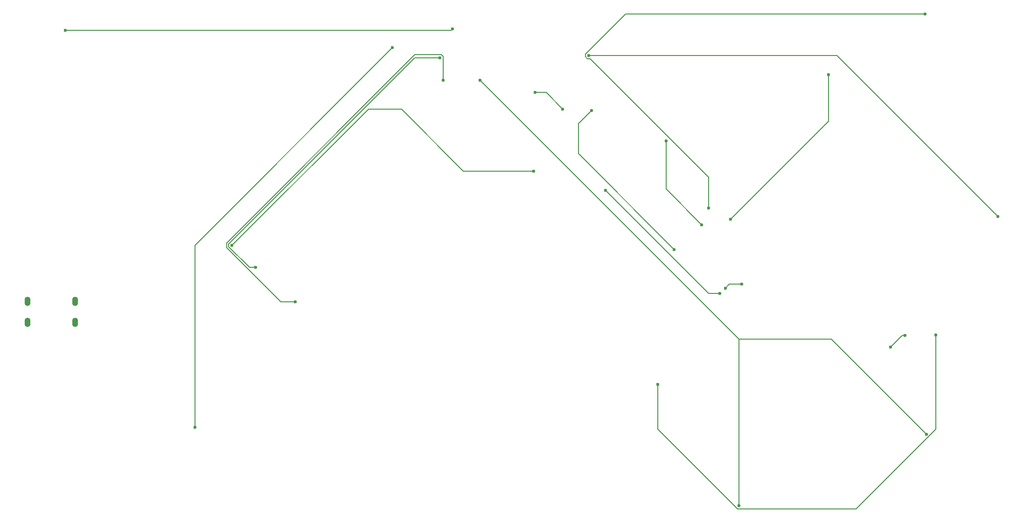
<source format=gbr>
%TF.GenerationSoftware,KiCad,Pcbnew,9.0.0*%
%TF.CreationDate,2025-04-09T11:56:36+05:30*%
%TF.ProjectId,IoT enabled health monitor,496f5420-656e-4616-926c-656420686561,rev?*%
%TF.SameCoordinates,Original*%
%TF.FileFunction,Copper,L2,Bot*%
%TF.FilePolarity,Positive*%
%FSLAX46Y46*%
G04 Gerber Fmt 4.6, Leading zero omitted, Abs format (unit mm)*
G04 Created by KiCad (PCBNEW 9.0.0) date 2025-04-09 11:56:36*
%MOMM*%
%LPD*%
G01*
G04 APERTURE LIST*
%TA.AperFunction,HeatsinkPad*%
%ADD10O,1.100000X1.700000*%
%TD*%
%TA.AperFunction,ViaPad*%
%ADD11C,0.600000*%
%TD*%
%TA.AperFunction,Conductor*%
%ADD12C,0.200000*%
%TD*%
G04 APERTURE END LIST*
D10*
%TO.P,J1,S1,SHIELD*%
%TO.N,unconnected-(J1-SHIELD-PadS1)_2*%
X60860000Y-119700000D03*
%TO.N,unconnected-(J1-SHIELD-PadS1)_3*%
X60860000Y-123500000D03*
%TO.N,unconnected-(J1-SHIELD-PadS1)_1*%
X69500000Y-119700000D03*
%TO.N,unconnected-(J1-SHIELD-PadS1)*%
X69500000Y-123500000D03*
%TD*%
D11*
%TO.N,Net-(U6-VIN)*%
X223750000Y-67500000D03*
X184500000Y-102750000D03*
%TO.N,Net-(U7-GND)*%
X206250000Y-78500000D03*
X188500000Y-104750000D03*
%TO.N,GND*%
X217500000Y-128000000D03*
X220125000Y-125875000D03*
%TO.N,Net-(U2-SCL)*%
X190500000Y-116500000D03*
X187500000Y-117250000D03*
%TO.N,Net-(U2-SDA)*%
X225750000Y-125750000D03*
X175250000Y-134750000D03*
%TO.N,Net-(U2-SCL)*%
X186500000Y-118250000D03*
X165750000Y-99500000D03*
%TO.N,Net-(U2-SDA)*%
X178250000Y-110250000D03*
X163250000Y-85000000D03*
%TO.N,GND*%
X176750000Y-90500000D03*
X183250000Y-105750000D03*
%TO.N,+3.3V*%
X224000000Y-143750000D03*
%TO.N,Net-(U1-SDA)*%
X237000000Y-104250000D03*
X162750000Y-75000000D03*
%TO.N,+3.3V*%
X190000000Y-156750000D03*
X143000000Y-79500000D03*
%TO.N,Net-(U4-DI{slash}IO_{0})*%
X158000000Y-84750000D03*
X153000000Y-81750000D03*
X136351000Y-79500000D03*
X109500000Y-119750000D03*
%TO.N,Net-(U4-CLK)*%
X135750000Y-75500000D03*
X102250000Y-113500000D03*
%TO.N,Net-(U1-SCL)*%
X152750000Y-96000000D03*
X98000000Y-109500000D03*
%TO.N,Net-(U4-DO{slash}IO_{1})*%
X127125000Y-73625000D03*
X91250000Y-142500000D03*
%TO.N,+3.3V*%
X138000000Y-70250000D03*
X67750000Y-70500000D03*
%TD*%
D12*
%TO.N,Net-(U6-VIN)*%
X162149000Y-74751057D02*
X169400057Y-67500000D01*
X162501057Y-75601000D02*
X162149000Y-75248943D01*
X162149000Y-75248943D02*
X162149000Y-74751057D01*
X162998943Y-75601000D02*
X162501057Y-75601000D01*
X184500000Y-97102057D02*
X162998943Y-75601000D01*
X169400057Y-67500000D02*
X223750000Y-67500000D01*
X184500000Y-102750000D02*
X184500000Y-97102057D01*
%TO.N,Net-(U7-GND)*%
X206250000Y-87000000D02*
X206250000Y-78500000D01*
X188500000Y-104750000D02*
X206250000Y-87000000D01*
%TO.N,GND*%
X219625000Y-125875000D02*
X217500000Y-128000000D01*
X220125000Y-125875000D02*
X219625000Y-125875000D01*
%TO.N,Net-(U2-SCL)*%
X188250000Y-116500000D02*
X190500000Y-116500000D01*
X187500000Y-117250000D02*
X188250000Y-116500000D01*
%TO.N,Net-(U2-SDA)*%
X225750000Y-126250000D02*
X225750000Y-125750000D01*
X211248943Y-157351000D02*
X225750000Y-142849943D01*
X225750000Y-142849943D02*
X225750000Y-126250000D01*
X189751057Y-157351000D02*
X211248943Y-157351000D01*
X175250000Y-142849943D02*
X189751057Y-157351000D01*
X175250000Y-134750000D02*
X175250000Y-142849943D01*
%TO.N,Net-(U2-SCL)*%
X184500000Y-118250000D02*
X186500000Y-118250000D01*
X165750000Y-99500000D02*
X184500000Y-118250000D01*
%TO.N,Net-(U2-SDA)*%
X160851000Y-92851000D02*
X178250000Y-110250000D01*
X160851000Y-87399000D02*
X160851000Y-92851000D01*
X163250000Y-85000000D02*
X160851000Y-87399000D01*
%TO.N,GND*%
X176750000Y-99250000D02*
X176750000Y-90500000D01*
X183250000Y-105750000D02*
X176750000Y-99250000D01*
%TO.N,+3.3V*%
X206750000Y-126500000D02*
X224000000Y-143750000D01*
X190000000Y-126500000D02*
X206750000Y-126500000D01*
%TO.N,Net-(U1-SDA)*%
X207750000Y-75000000D02*
X237000000Y-104250000D01*
X162750000Y-75000000D02*
X207750000Y-75000000D01*
%TO.N,+3.3V*%
X190000000Y-126500000D02*
X190000000Y-156750000D01*
X143000000Y-79500000D02*
X190000000Y-126500000D01*
%TO.N,Net-(U4-DI{slash}IO_{0})*%
X155000000Y-81750000D02*
X158000000Y-84750000D01*
X153000000Y-81750000D02*
X155000000Y-81750000D01*
X136351000Y-79500000D02*
X136351000Y-79649000D01*
X136351000Y-75251057D02*
X136351000Y-79500000D01*
X135998943Y-74899000D02*
X136351000Y-75251057D01*
X131183957Y-74899000D02*
X135998943Y-74899000D01*
X96998000Y-109084957D02*
X131183957Y-74899000D01*
X96998000Y-109915043D02*
X96998000Y-109084957D01*
X106832957Y-119750000D02*
X96998000Y-109915043D01*
X109500000Y-119750000D02*
X106832957Y-119750000D01*
%TO.N,Net-(U4-CLK)*%
X131150057Y-75500000D02*
X135750000Y-75500000D01*
X97399000Y-109251057D02*
X131150057Y-75500000D01*
X97399000Y-109748943D02*
X97399000Y-109251057D01*
X101150057Y-113500000D02*
X97399000Y-109748943D01*
X102250000Y-113500000D02*
X101150057Y-113500000D01*
%TO.N,Net-(U1-SCL)*%
X140000000Y-96000000D02*
X152750000Y-96000000D01*
X128750000Y-84750000D02*
X140000000Y-96000000D01*
X122750000Y-84750000D02*
X128750000Y-84750000D01*
X98000000Y-109500000D02*
X122750000Y-84750000D01*
%TO.N,Net-(U4-DO{slash}IO_{1})*%
X127125000Y-73625000D02*
X127250000Y-73500000D01*
X91250000Y-109500000D02*
X127125000Y-73625000D01*
X91250000Y-142500000D02*
X91250000Y-109500000D01*
%TO.N,+3.3V*%
X137750000Y-70500000D02*
X138000000Y-70250000D01*
X67750000Y-70500000D02*
X137750000Y-70500000D01*
%TD*%
M02*

</source>
